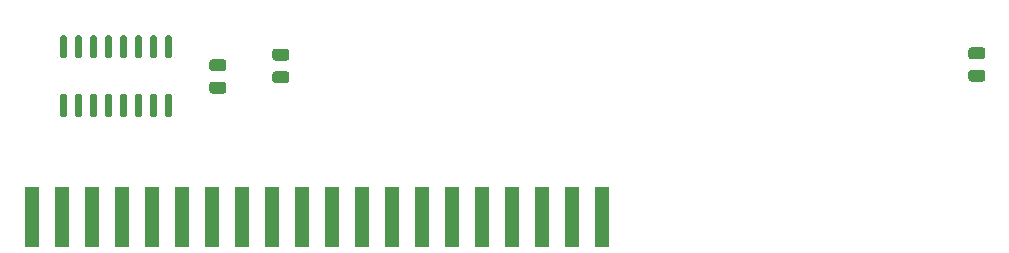
<source format=gbr>
G04 #@! TF.GenerationSoftware,KiCad,Pcbnew,(5.1.9-0-10_14)*
G04 #@! TF.CreationDate,2021-04-09T13:13:05-05:00*
G04 #@! TF.ProjectId,Prototype Card,50726f74-6f74-4797-9065-20436172642e,rev?*
G04 #@! TF.SameCoordinates,Original*
G04 #@! TF.FileFunction,Paste,Top*
G04 #@! TF.FilePolarity,Positive*
%FSLAX46Y46*%
G04 Gerber Fmt 4.6, Leading zero omitted, Abs format (unit mm)*
G04 Created by KiCad (PCBNEW (5.1.9-0-10_14)) date 2021-04-09 13:13:05*
%MOMM*%
%LPD*%
G01*
G04 APERTURE LIST*
%ADD10R,1.270000X5.080000*%
G04 APERTURE END LIST*
G36*
G01*
X194851000Y-115600000D02*
X195801000Y-115600000D01*
G75*
G02*
X196051000Y-115850000I0J-250000D01*
G01*
X196051000Y-116350000D01*
G75*
G02*
X195801000Y-116600000I-250000J0D01*
G01*
X194851000Y-116600000D01*
G75*
G02*
X194601000Y-116350000I0J250000D01*
G01*
X194601000Y-115850000D01*
G75*
G02*
X194851000Y-115600000I250000J0D01*
G01*
G37*
G36*
G01*
X194851000Y-117500000D02*
X195801000Y-117500000D01*
G75*
G02*
X196051000Y-117750000I0J-250000D01*
G01*
X196051000Y-118250000D01*
G75*
G02*
X195801000Y-118500000I-250000J0D01*
G01*
X194851000Y-118500000D01*
G75*
G02*
X194601000Y-118250000I0J250000D01*
G01*
X194601000Y-117750000D01*
G75*
G02*
X194851000Y-117500000I250000J0D01*
G01*
G37*
G36*
G01*
X131539000Y-119500000D02*
X130589000Y-119500000D01*
G75*
G02*
X130339000Y-119250000I0J250000D01*
G01*
X130339000Y-118750000D01*
G75*
G02*
X130589000Y-118500000I250000J0D01*
G01*
X131539000Y-118500000D01*
G75*
G02*
X131789000Y-118750000I0J-250000D01*
G01*
X131789000Y-119250000D01*
G75*
G02*
X131539000Y-119500000I-250000J0D01*
G01*
G37*
G36*
G01*
X131539000Y-117600000D02*
X130589000Y-117600000D01*
G75*
G02*
X130339000Y-117350000I0J250000D01*
G01*
X130339000Y-116850000D01*
G75*
G02*
X130589000Y-116600000I250000J0D01*
G01*
X131539000Y-116600000D01*
G75*
G02*
X131789000Y-116850000I0J-250000D01*
G01*
X131789000Y-117350000D01*
G75*
G02*
X131539000Y-117600000I-250000J0D01*
G01*
G37*
G36*
G01*
X135923000Y-117610000D02*
X136873000Y-117610000D01*
G75*
G02*
X137123000Y-117860000I0J-250000D01*
G01*
X137123000Y-118360000D01*
G75*
G02*
X136873000Y-118610000I-250000J0D01*
G01*
X135923000Y-118610000D01*
G75*
G02*
X135673000Y-118360000I0J250000D01*
G01*
X135673000Y-117860000D01*
G75*
G02*
X135923000Y-117610000I250000J0D01*
G01*
G37*
G36*
G01*
X135923000Y-115710000D02*
X136873000Y-115710000D01*
G75*
G02*
X137123000Y-115960000I0J-250000D01*
G01*
X137123000Y-116460000D01*
G75*
G02*
X136873000Y-116710000I-250000J0D01*
G01*
X135923000Y-116710000D01*
G75*
G02*
X135673000Y-116460000I0J250000D01*
G01*
X135673000Y-115960000D01*
G75*
G02*
X135923000Y-115710000I250000J0D01*
G01*
G37*
D10*
X115290000Y-129950000D03*
X117830000Y-129950000D03*
X120370000Y-129950000D03*
X122910000Y-129950000D03*
X125450000Y-129950000D03*
X127990000Y-129950000D03*
X130530000Y-129950000D03*
X133070000Y-129950000D03*
X135610000Y-129950000D03*
X138150000Y-129950000D03*
X140690000Y-129950000D03*
X143230000Y-129950000D03*
X145770000Y-129950000D03*
X148310000Y-129950000D03*
X150850000Y-129950000D03*
X153390000Y-129950000D03*
X155930000Y-129950000D03*
X158470000Y-129950000D03*
X161010000Y-129950000D03*
X163550000Y-129950000D03*
G36*
G01*
X126740000Y-114575000D02*
X127040000Y-114575000D01*
G75*
G02*
X127190000Y-114725000I0J-150000D01*
G01*
X127190000Y-116375000D01*
G75*
G02*
X127040000Y-116525000I-150000J0D01*
G01*
X126740000Y-116525000D01*
G75*
G02*
X126590000Y-116375000I0J150000D01*
G01*
X126590000Y-114725000D01*
G75*
G02*
X126740000Y-114575000I150000J0D01*
G01*
G37*
G36*
G01*
X125470000Y-114575000D02*
X125770000Y-114575000D01*
G75*
G02*
X125920000Y-114725000I0J-150000D01*
G01*
X125920000Y-116375000D01*
G75*
G02*
X125770000Y-116525000I-150000J0D01*
G01*
X125470000Y-116525000D01*
G75*
G02*
X125320000Y-116375000I0J150000D01*
G01*
X125320000Y-114725000D01*
G75*
G02*
X125470000Y-114575000I150000J0D01*
G01*
G37*
G36*
G01*
X124200000Y-114575000D02*
X124500000Y-114575000D01*
G75*
G02*
X124650000Y-114725000I0J-150000D01*
G01*
X124650000Y-116375000D01*
G75*
G02*
X124500000Y-116525000I-150000J0D01*
G01*
X124200000Y-116525000D01*
G75*
G02*
X124050000Y-116375000I0J150000D01*
G01*
X124050000Y-114725000D01*
G75*
G02*
X124200000Y-114575000I150000J0D01*
G01*
G37*
G36*
G01*
X122930000Y-114575000D02*
X123230000Y-114575000D01*
G75*
G02*
X123380000Y-114725000I0J-150000D01*
G01*
X123380000Y-116375000D01*
G75*
G02*
X123230000Y-116525000I-150000J0D01*
G01*
X122930000Y-116525000D01*
G75*
G02*
X122780000Y-116375000I0J150000D01*
G01*
X122780000Y-114725000D01*
G75*
G02*
X122930000Y-114575000I150000J0D01*
G01*
G37*
G36*
G01*
X121660000Y-114575000D02*
X121960000Y-114575000D01*
G75*
G02*
X122110000Y-114725000I0J-150000D01*
G01*
X122110000Y-116375000D01*
G75*
G02*
X121960000Y-116525000I-150000J0D01*
G01*
X121660000Y-116525000D01*
G75*
G02*
X121510000Y-116375000I0J150000D01*
G01*
X121510000Y-114725000D01*
G75*
G02*
X121660000Y-114575000I150000J0D01*
G01*
G37*
G36*
G01*
X120390000Y-114575000D02*
X120690000Y-114575000D01*
G75*
G02*
X120840000Y-114725000I0J-150000D01*
G01*
X120840000Y-116375000D01*
G75*
G02*
X120690000Y-116525000I-150000J0D01*
G01*
X120390000Y-116525000D01*
G75*
G02*
X120240000Y-116375000I0J150000D01*
G01*
X120240000Y-114725000D01*
G75*
G02*
X120390000Y-114575000I150000J0D01*
G01*
G37*
G36*
G01*
X119120000Y-114575000D02*
X119420000Y-114575000D01*
G75*
G02*
X119570000Y-114725000I0J-150000D01*
G01*
X119570000Y-116375000D01*
G75*
G02*
X119420000Y-116525000I-150000J0D01*
G01*
X119120000Y-116525000D01*
G75*
G02*
X118970000Y-116375000I0J150000D01*
G01*
X118970000Y-114725000D01*
G75*
G02*
X119120000Y-114575000I150000J0D01*
G01*
G37*
G36*
G01*
X117850000Y-114575000D02*
X118150000Y-114575000D01*
G75*
G02*
X118300000Y-114725000I0J-150000D01*
G01*
X118300000Y-116375000D01*
G75*
G02*
X118150000Y-116525000I-150000J0D01*
G01*
X117850000Y-116525000D01*
G75*
G02*
X117700000Y-116375000I0J150000D01*
G01*
X117700000Y-114725000D01*
G75*
G02*
X117850000Y-114575000I150000J0D01*
G01*
G37*
G36*
G01*
X117850000Y-119525000D02*
X118150000Y-119525000D01*
G75*
G02*
X118300000Y-119675000I0J-150000D01*
G01*
X118300000Y-121325000D01*
G75*
G02*
X118150000Y-121475000I-150000J0D01*
G01*
X117850000Y-121475000D01*
G75*
G02*
X117700000Y-121325000I0J150000D01*
G01*
X117700000Y-119675000D01*
G75*
G02*
X117850000Y-119525000I150000J0D01*
G01*
G37*
G36*
G01*
X119120000Y-119525000D02*
X119420000Y-119525000D01*
G75*
G02*
X119570000Y-119675000I0J-150000D01*
G01*
X119570000Y-121325000D01*
G75*
G02*
X119420000Y-121475000I-150000J0D01*
G01*
X119120000Y-121475000D01*
G75*
G02*
X118970000Y-121325000I0J150000D01*
G01*
X118970000Y-119675000D01*
G75*
G02*
X119120000Y-119525000I150000J0D01*
G01*
G37*
G36*
G01*
X120390000Y-119525000D02*
X120690000Y-119525000D01*
G75*
G02*
X120840000Y-119675000I0J-150000D01*
G01*
X120840000Y-121325000D01*
G75*
G02*
X120690000Y-121475000I-150000J0D01*
G01*
X120390000Y-121475000D01*
G75*
G02*
X120240000Y-121325000I0J150000D01*
G01*
X120240000Y-119675000D01*
G75*
G02*
X120390000Y-119525000I150000J0D01*
G01*
G37*
G36*
G01*
X121660000Y-119525000D02*
X121960000Y-119525000D01*
G75*
G02*
X122110000Y-119675000I0J-150000D01*
G01*
X122110000Y-121325000D01*
G75*
G02*
X121960000Y-121475000I-150000J0D01*
G01*
X121660000Y-121475000D01*
G75*
G02*
X121510000Y-121325000I0J150000D01*
G01*
X121510000Y-119675000D01*
G75*
G02*
X121660000Y-119525000I150000J0D01*
G01*
G37*
G36*
G01*
X122930000Y-119525000D02*
X123230000Y-119525000D01*
G75*
G02*
X123380000Y-119675000I0J-150000D01*
G01*
X123380000Y-121325000D01*
G75*
G02*
X123230000Y-121475000I-150000J0D01*
G01*
X122930000Y-121475000D01*
G75*
G02*
X122780000Y-121325000I0J150000D01*
G01*
X122780000Y-119675000D01*
G75*
G02*
X122930000Y-119525000I150000J0D01*
G01*
G37*
G36*
G01*
X124200000Y-119525000D02*
X124500000Y-119525000D01*
G75*
G02*
X124650000Y-119675000I0J-150000D01*
G01*
X124650000Y-121325000D01*
G75*
G02*
X124500000Y-121475000I-150000J0D01*
G01*
X124200000Y-121475000D01*
G75*
G02*
X124050000Y-121325000I0J150000D01*
G01*
X124050000Y-119675000D01*
G75*
G02*
X124200000Y-119525000I150000J0D01*
G01*
G37*
G36*
G01*
X125470000Y-119525000D02*
X125770000Y-119525000D01*
G75*
G02*
X125920000Y-119675000I0J-150000D01*
G01*
X125920000Y-121325000D01*
G75*
G02*
X125770000Y-121475000I-150000J0D01*
G01*
X125470000Y-121475000D01*
G75*
G02*
X125320000Y-121325000I0J150000D01*
G01*
X125320000Y-119675000D01*
G75*
G02*
X125470000Y-119525000I150000J0D01*
G01*
G37*
G36*
G01*
X126740000Y-119525000D02*
X127040000Y-119525000D01*
G75*
G02*
X127190000Y-119675000I0J-150000D01*
G01*
X127190000Y-121325000D01*
G75*
G02*
X127040000Y-121475000I-150000J0D01*
G01*
X126740000Y-121475000D01*
G75*
G02*
X126590000Y-121325000I0J150000D01*
G01*
X126590000Y-119675000D01*
G75*
G02*
X126740000Y-119525000I150000J0D01*
G01*
G37*
M02*

</source>
